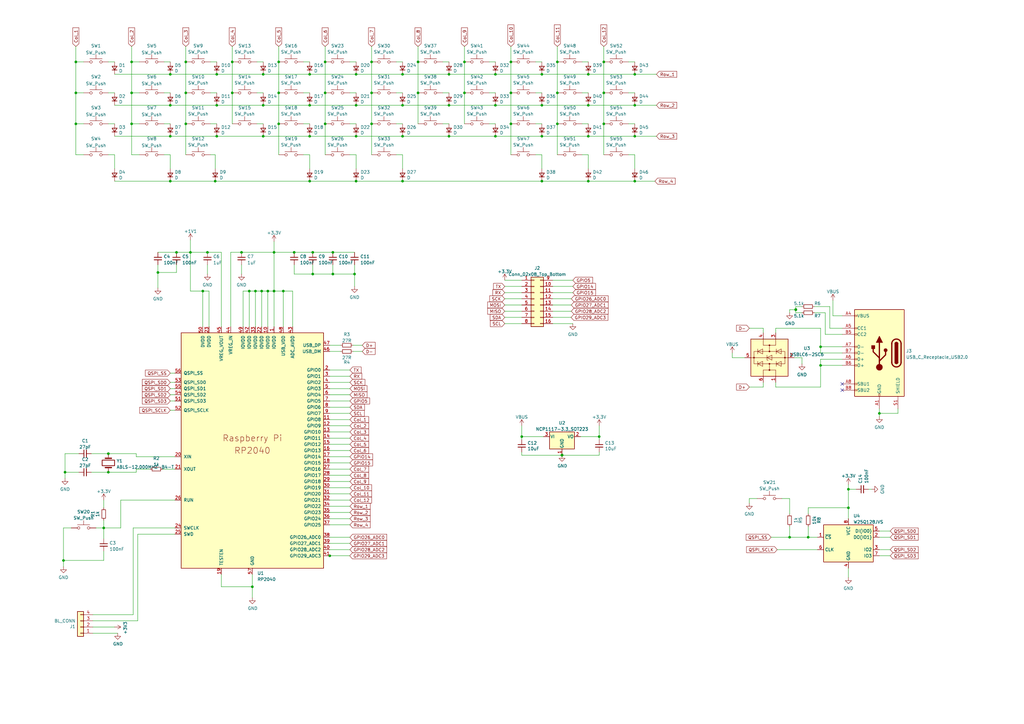
<source format=kicad_sch>
(kicad_sch (version 20211123) (generator eeschema)
  (paper "A3")
  (junction (at 245.745 179.07))
  (junction (at 247.65 25.4))
  (junction (at 323.85 220.345))
  (junction (at 127 74.295))
  (junction (at 127 30.48))
  (junction (at 31.115 25.4))
  (junction (at 76.2 50.8))
  (junction (at 109.855 119.38))
  (junction (at 99.06 103.505))
  (junction (at 171.45 25.4))
  (junction (at 114.3 50.8))
  (junction (at 88.265 74.295))
  (junction (at 120.65 103.505))
  (junction (at 260.35 43.18))
  (junction (at 26.035 229.87))
  (junction (at 152.4 38.1))
  (junction (at 146.05 43.18))
  (junction (at 213.995 179.07))
  (junction (at 222.25 55.88))
  (junction (at 247.65 50.8))
  (junction (at 203.2 30.48))
  (junction (at 127 43.18))
  (junction (at 69.85 30.48))
  (junction (at 116.205 119.38))
  (junction (at 146.05 74.295))
  (junction (at 331.47 220.345))
  (junction (at 102.235 119.38))
  (junction (at 165.1 30.48))
  (junction (at 171.45 38.1))
  (junction (at 69.85 74.295))
  (junction (at 165.1 74.295))
  (junction (at 241.3 43.18))
  (junction (at 230.505 186.69) (diameter 1.016))
  (junction (at 241.3 74.295))
  (junction (at 136.525 103.505))
  (junction (at 133.35 50.8))
  (junction (at 222.25 74.295))
  (junction (at 209.55 50.8))
  (junction (at 360.68 169.545))
  (junction (at 165.1 43.18))
  (junction (at 114.3 38.1))
  (junction (at 260.35 74.295))
  (junction (at 88.9 55.88))
  (junction (at 165.1 55.88))
  (junction (at 133.35 25.4))
  (junction (at 88.9 30.48))
  (junction (at 78.105 103.505))
  (junction (at 76.2 25.4))
  (junction (at 44.45 186.055))
  (junction (at 203.2 55.88))
  (junction (at 127 55.88))
  (junction (at 347.98 200.66))
  (junction (at 152.4 50.8))
  (junction (at 76.2 38.1))
  (junction (at 209.55 25.4))
  (junction (at 241.3 30.48))
  (junction (at 107.95 30.48))
  (junction (at 136.525 112.395))
  (junction (at 107.95 43.18))
  (junction (at 128.27 103.505))
  (junction (at 184.15 55.88))
  (junction (at 326.39 127) (diameter 1.016))
  (junction (at 83.185 119.38))
  (junction (at 241.3 55.88))
  (junction (at 228.6 38.1))
  (junction (at 103.505 240.665))
  (junction (at 247.65 38.1))
  (junction (at 133.35 38.1))
  (junction (at 69.85 43.18))
  (junction (at 53.975 25.4))
  (junction (at 347.98 208.28))
  (junction (at 190.5 25.4))
  (junction (at 228.6 50.8))
  (junction (at 64.77 111.76))
  (junction (at 88.9 43.18))
  (junction (at 107.95 55.88))
  (junction (at 128.27 112.395))
  (junction (at 145.415 112.395))
  (junction (at 336.55 149.86))
  (junction (at 146.05 30.48))
  (junction (at 31.115 38.1))
  (junction (at 203.2 43.18))
  (junction (at 209.55 38.1))
  (junction (at 95.25 38.1))
  (junction (at 114.3 25.4))
  (junction (at 336.55 142.24))
  (junction (at 190.5 38.1))
  (junction (at 135.255 227.965))
  (junction (at 260.35 30.48))
  (junction (at 222.25 30.48))
  (junction (at 146.05 55.88))
  (junction (at 31.115 50.8))
  (junction (at 53.975 50.8))
  (junction (at 152.4 25.4))
  (junction (at 44.45 193.675))
  (junction (at 260.35 55.88))
  (junction (at 72.39 103.505))
  (junction (at 95.25 25.4))
  (junction (at 42.545 216.535))
  (junction (at 85.09 103.505))
  (junction (at 112.395 119.38))
  (junction (at 107.315 119.38))
  (junction (at 184.15 30.48))
  (junction (at 53.975 38.1))
  (junction (at 26.67 193.675))
  (junction (at 222.25 43.18))
  (junction (at 112.395 103.505))
  (junction (at 69.85 55.88))
  (junction (at 104.775 119.38))
  (junction (at 228.6 25.4))
  (junction (at 184.15 43.18))
  (no_connect (at 345.44 160.02))
  (no_connect (at 345.44 157.48))
  (wire (pts (xy 143.51 164.465) (xy 135.255 164.465)))
  (wire (pts (xy 46.99 30.48) (xy 69.85 30.48)))
  (wire (pts (xy 307.34 206.375) (xy 307.34 204.47)))
  (wire (pts (xy 238.76 50.8) (xy 241.3 50.8)))
  (wire (pts (xy 55.88 187.325) (xy 71.755 187.325)))
  (wire (pts (xy 326.39 125.73) (xy 326.39 127)))
  (wire (pts (xy 76.2 25.4) (xy 76.2 38.1)))
  (wire (pts (xy 143.51 187.325) (xy 135.255 187.325)))
  (wire (pts (xy 162.56 63.5) (xy 165.1 63.5)))
  (wire (pts (xy 133.35 25.4) (xy 133.35 38.1)))
  (wire (pts (xy 238.76 38.1) (xy 241.3 38.1)))
  (wire (pts (xy 78.105 103.505) (xy 85.09 103.505)))
  (wire (pts (xy 334.01 125.73) (xy 340.36 125.73)))
  (wire (pts (xy 67.31 25.4) (xy 69.85 25.4)))
  (wire (pts (xy 112.395 103.505) (xy 120.65 103.505)))
  (wire (pts (xy 234.315 125.095) (xy 226.695 125.095)))
  (wire (pts (xy 120.65 112.395) (xy 128.27 112.395)))
  (wire (pts (xy 365.125 227.965) (xy 360.68 227.965)))
  (wire (pts (xy 323.85 127) (xy 323.85 128.27)))
  (wire (pts (xy 53.975 25.4) (xy 57.15 25.4)))
  (wire (pts (xy 56.515 219.075) (xy 56.515 254.635)))
  (wire (pts (xy 64.77 111.76) (xy 64.77 118.11)))
  (wire (pts (xy 135.255 227.965) (xy 135.1725 227.965)))
  (wire (pts (xy 76.2 50.8) (xy 76.2 63.5)))
  (wire (pts (xy 200.66 50.8) (xy 203.2 50.8)))
  (wire (pts (xy 95.25 25.4) (xy 95.25 38.1)))
  (wire (pts (xy 114.3 38.1) (xy 114.3 50.8)))
  (wire (pts (xy 107.315 119.38) (xy 107.315 133.985)))
  (wire (pts (xy 148.59 144.145) (xy 144.78 144.145)))
  (wire (pts (xy 55.88 193.675) (xy 44.45 193.675)))
  (wire (pts (xy 207.01 132.715) (xy 213.995 132.715)))
  (wire (pts (xy 99.695 119.38) (xy 102.235 119.38)))
  (wire (pts (xy 300.355 146.685) (xy 300.355 144.78)))
  (wire (pts (xy 102.235 119.38) (xy 102.235 133.985)))
  (wire (pts (xy 53.975 19.05) (xy 53.975 25.4)))
  (wire (pts (xy 318.77 225.425) (xy 335.28 225.425)))
  (wire (pts (xy 26.67 186.055) (xy 26.67 193.675)))
  (wire (pts (xy 326.39 128.27) (xy 328.93 128.27)))
  (wire (pts (xy 69.85 74.295) (xy 88.265 74.295)))
  (wire (pts (xy 228.6 25.4) (xy 228.6 38.1)))
  (wire (pts (xy 143.51 184.785) (xy 135.255 184.785)))
  (wire (pts (xy 66.675 192.405) (xy 71.755 192.405)))
  (wire (pts (xy 107.95 30.48) (xy 127 30.48)))
  (wire (pts (xy 54.61 252.095) (xy 54.61 216.535)))
  (wire (pts (xy 234.315 122.555) (xy 226.695 122.555)))
  (wire (pts (xy 357.505 200.66) (xy 356.235 200.66)))
  (wire (pts (xy 146.05 63.5) (xy 146.05 69.215)))
  (wire (pts (xy 26.67 193.675) (xy 26.67 196.215)))
  (wire (pts (xy 112.395 119.38) (xy 116.205 119.38)))
  (wire (pts (xy 67.31 63.5) (xy 69.85 63.5)))
  (wire (pts (xy 368.3 169.545) (xy 360.68 169.545)))
  (wire (pts (xy 165.1 43.18) (xy 184.15 43.18)))
  (wire (pts (xy 76.2 19.05) (xy 76.2 25.4)))
  (wire (pts (xy 190.5 25.4) (xy 190.5 38.1)))
  (wire (pts (xy 69.85 156.845) (xy 71.755 156.845)))
  (wire (pts (xy 181.61 50.8) (xy 184.15 50.8)))
  (wire (pts (xy 347.98 200.66) (xy 347.98 208.28)))
  (wire (pts (xy 86.36 63.5) (xy 88.265 63.5)))
  (wire (pts (xy 143.51 172.085) (xy 135.255 172.085)))
  (wire (pts (xy 38.1 257.175) (xy 46.99 257.175)))
  (wire (pts (xy 148.59 141.605) (xy 144.78 141.605)))
  (wire (pts (xy 88.9 30.48) (xy 107.95 30.48)))
  (wire (pts (xy 133.35 50.8) (xy 133.985 50.8)))
  (wire (pts (xy 219.71 25.4) (xy 222.25 25.4)))
  (wire (pts (xy 247.65 19.05) (xy 247.65 25.4)))
  (wire (pts (xy 234.2325 130.175) (xy 226.695 130.175)))
  (wire (pts (xy 323.85 210.82) (xy 323.85 204.47)))
  (wire (pts (xy 320.675 204.47) (xy 323.85 204.47)))
  (wire (pts (xy 336.55 142.24) (xy 336.55 134.62)))
  (wire (pts (xy 331.47 220.345) (xy 335.28 220.345)))
  (wire (pts (xy 124.46 38.1) (xy 127 38.1)))
  (wire (pts (xy 109.855 119.38) (xy 112.395 119.38)))
  (wire (pts (xy 116.205 119.38) (xy 116.205 133.985)))
  (wire (pts (xy 146.05 74.295) (xy 165.1 74.295)))
  (wire (pts (xy 67.31 38.1) (xy 69.85 38.1)))
  (wire (pts (xy 39.37 216.535) (xy 42.545 216.535)))
  (wire (pts (xy 184.15 55.88) (xy 203.2 55.88)))
  (wire (pts (xy 31.115 50.8) (xy 31.115 63.5)))
  (wire (pts (xy 318.135 134.62) (xy 318.135 136.525)))
  (wire (pts (xy 124.46 25.4) (xy 127 25.4)))
  (wire (pts (xy 31.115 38.1) (xy 31.115 50.8)))
  (wire (pts (xy 365.125 217.805) (xy 360.68 217.805)))
  (wire (pts (xy 234.95 132.715) (xy 226.695 132.715)))
  (wire (pts (xy 222.25 63.5) (xy 222.25 69.215)))
  (wire (pts (xy 234.95 114.935) (xy 226.695 114.935)))
  (wire (pts (xy 323.85 220.345) (xy 331.47 220.345)))
  (wire (pts (xy 323.85 215.9) (xy 323.85 220.345)))
  (wire (pts (xy 247.65 50.8) (xy 247.65 63.5)))
  (wire (pts (xy 209.55 50.8) (xy 209.55 63.5)))
  (wire (pts (xy 104.775 119.38) (xy 104.775 133.985)))
  (wire (pts (xy 143.51 169.545) (xy 135.255 169.545)))
  (wire (pts (xy 31.115 25.4) (xy 34.29 25.4)))
  (wire (pts (xy 69.85 63.5) (xy 69.85 69.215)))
  (wire (pts (xy 38.1 252.095) (xy 54.61 252.095)))
  (wire (pts (xy 340.36 125.73) (xy 340.36 134.62)))
  (wire (pts (xy 143.51 200.025) (xy 135.255 200.025)))
  (wire (pts (xy 107.95 55.88) (xy 127 55.88)))
  (wire (pts (xy 107.95 43.18) (xy 127 43.18)))
  (wire (pts (xy 328.93 125.73) (xy 326.39 125.73)))
  (wire (pts (xy 69.85 168.275) (xy 71.755 168.275)))
  (wire (pts (xy 257.81 25.4) (xy 260.35 25.4)))
  (wire (pts (xy 105.41 38.1) (xy 107.95 38.1)))
  (wire (pts (xy 171.45 38.1) (xy 171.45 50.8)))
  (wire (pts (xy 326.39 127) (xy 326.39 128.27)))
  (wire (pts (xy 260.35 43.18) (xy 269.24 43.18)))
  (wire (pts (xy 360.68 169.545) (xy 360.68 167.64)))
  (wire (pts (xy 139.7 144.145) (xy 135.255 144.145)))
  (wire (pts (xy 360.68 170.815) (xy 360.68 169.545)))
  (wire (pts (xy 83.185 119.38) (xy 85.725 119.38)))
  (wire (pts (xy 260.35 55.88) (xy 269.24 55.88)))
  (wire (pts (xy 190.5 38.1) (xy 190.5 50.8)))
  (wire (pts (xy 313.055 156.845) (xy 313.055 158.75)))
  (wire (pts (xy 345.44 142.24) (xy 336.55 142.24)))
  (wire (pts (xy 209.55 19.05) (xy 209.55 25.4)))
  (wire (pts (xy 128.27 112.395) (xy 128.27 108.585)))
  (wire (pts (xy 340.36 134.62) (xy 345.44 134.62)))
  (wire (pts (xy 245.745 185.42) (xy 245.745 186.69)))
  (wire (pts (xy 146.05 55.88) (xy 165.1 55.88)))
  (wire (pts (xy 143.51 220.345) (xy 135.255 220.345)))
  (wire (pts (xy 190.5 19.05) (xy 190.5 25.4)))
  (wire (pts (xy 116.205 119.38) (xy 120.015 119.38)))
  (wire (pts (xy 31.115 63.5) (xy 34.29 63.5)))
  (wire (pts (xy 90.805 103.505) (xy 90.805 133.985)))
  (wire (pts (xy 44.45 25.4) (xy 46.99 25.4)))
  (wire (pts (xy 247.65 38.1) (xy 247.65 50.8)))
  (wire (pts (xy 143.51 63.5) (xy 146.05 63.5)))
  (wire (pts (xy 143.51 189.865) (xy 135.255 189.865)))
  (wire (pts (xy 345.44 149.86) (xy 336.55 149.86)))
  (wire (pts (xy 95.25 38.1) (xy 95.25 50.8)))
  (wire (pts (xy 136.525 112.395) (xy 145.415 112.395)))
  (wire (pts (xy 120.015 119.38) (xy 120.015 133.985)))
  (wire (pts (xy 241.3 63.5) (xy 241.3 69.215)))
  (wire (pts (xy 31.115 19.05) (xy 31.115 25.4)))
  (wire (pts (xy 207.01 130.175) (xy 213.995 130.175)))
  (wire (pts (xy 234.315 127.635) (xy 226.695 127.635)))
  (wire (pts (xy 143.51 202.565) (xy 135.255 202.565)))
  (wire (pts (xy 184.15 43.18) (xy 203.2 43.18)))
  (wire (pts (xy 365.125 225.425) (xy 360.68 225.425)))
  (wire (pts (xy 44.45 50.8) (xy 46.99 50.8)))
  (wire (pts (xy 345.44 144.78) (xy 336.55 144.78)))
  (wire (pts (xy 38.1 259.715) (xy 48.26 259.715)))
  (wire (pts (xy 127 30.48) (xy 146.05 30.48)))
  (wire (pts (xy 336.55 158.75) (xy 318.135 158.75)))
  (wire (pts (xy 107.315 119.38) (xy 109.855 119.38)))
  (wire (pts (xy 143.51 182.245) (xy 135.255 182.245)))
  (wire (pts (xy 200.66 25.4) (xy 203.2 25.4)))
  (wire (pts (xy 209.55 25.4) (xy 209.55 38.1)))
  (wire (pts (xy 207.01 114.935) (xy 213.995 114.935)))
  (wire (pts (xy 162.56 25.4) (xy 165.1 25.4)))
  (wire (pts (xy 102.235 119.38) (xy 104.775 119.38)))
  (wire (pts (xy 85.09 103.505) (xy 90.805 103.505)))
  (wire (pts (xy 181.61 38.1) (xy 184.15 38.1)))
  (wire (pts (xy 103.505 245.11) (xy 103.505 240.665)))
  (wire (pts (xy 143.51 156.845) (xy 135.255 156.845)))
  (wire (pts (xy 241.3 74.295) (xy 260.35 74.295)))
  (wire (pts (xy 328.93 146.685) (xy 328.93 149.225)))
  (wire (pts (xy 44.45 38.1) (xy 46.99 38.1)))
  (wire (pts (xy 69.85 164.465) (xy 71.755 164.465)))
  (wire (pts (xy 76.2 38.1) (xy 76.2 50.8)))
  (wire (pts (xy 53.975 50.8) (xy 53.975 63.5)))
  (wire (pts (xy 345.44 129.54) (xy 341.63 129.54)))
  (wire (pts (xy 146.05 43.18) (xy 165.1 43.18)))
  (wire (pts (xy 124.46 50.8) (xy 127 50.8)))
  (wire (pts (xy 143.51 174.625) (xy 135.255 174.625)))
  (wire (pts (xy 139.7 141.605) (xy 135.255 141.605)))
  (wire (pts (xy 347.98 236.855) (xy 347.98 233.045)))
  (wire (pts (xy 133.35 19.05) (xy 133.35 25.4)))
  (wire (pts (xy 42.545 226.06) (xy 42.545 229.87)))
  (wire (pts (xy 54.61 216.535) (xy 71.755 216.535)))
  (wire (pts (xy 213.995 174.625) (xy 213.995 179.07)))
  (wire (pts (xy 181.61 25.4) (xy 184.15 25.4)))
  (wire (pts (xy 222.25 74.295) (xy 241.3 74.295)))
  (wire (pts (xy 143.51 225.425) (xy 135.255 225.425)))
  (wire (pts (xy 72.39 108.585) (xy 72.39 111.76)))
  (wire (pts (xy 103.505 240.665) (xy 103.505 235.585)))
  (wire (pts (xy 69.85 55.88) (xy 88.9 55.88)))
  (wire (pts (xy 86.36 50.8) (xy 88.9 50.8)))
  (wire (pts (xy 55.88 186.055) (xy 44.45 186.055)))
  (wire (pts (xy 53.975 50.8) (xy 57.15 50.8)))
  (wire (pts (xy 345.44 137.16) (xy 338.455 137.16)))
  (wire (pts (xy 307.34 158.75) (xy 313.055 158.75)))
  (wire (pts (xy 112.395 119.38) (xy 112.395 103.505)))
  (wire (pts (xy 120.65 112.395) (xy 120.65 108.585)))
  (wire (pts (xy 152.4 50.8) (xy 152.4 63.5)))
  (wire (pts (xy 143.51 222.885) (xy 135.255 222.885)))
  (wire (pts (xy 213.995 180.34) (xy 213.995 179.07)))
  (wire (pts (xy 152.4 19.05) (xy 152.4 25.4)))
  (wire (pts (xy 114.3 50.8) (xy 114.3 63.5)))
  (wire (pts (xy 112.395 103.505) (xy 99.06 103.505)))
  (wire (pts (xy 331.47 208.28) (xy 347.98 208.28)))
  (wire (pts (xy 69.85 159.385) (xy 71.755 159.385)))
  (wire (pts (xy 69.85 43.18) (xy 88.9 43.18)))
  (wire (pts (xy 114.3 25.4) (xy 114.3 38.1)))
  (wire (pts (xy 347.98 200.66) (xy 351.155 200.66)))
  (wire (pts (xy 325.755 146.685) (xy 328.93 146.685)))
  (wire (pts (xy 26.67 193.675) (xy 32.385 193.675)))
  (wire (pts (xy 203.2 55.88) (xy 222.25 55.88)))
  (wire (pts (xy 53.975 38.1) (xy 57.15 38.1)))
  (wire (pts (xy 318.135 158.75) (xy 318.135 156.845)))
  (wire (pts (xy 133.35 50.8) (xy 133.35 63.5)))
  (wire (pts (xy 213.995 179.07) (xy 222.885 179.07)))
  (wire (pts (xy 127 63.5) (xy 127 69.215)))
  (wire (pts (xy 203.2 43.18) (xy 222.25 43.18)))
  (wire (pts (xy 53.975 25.4) (xy 53.975 38.1)))
  (wire (pts (xy 143.51 154.305) (xy 135.255 154.305)))
  (wire (pts (xy 241.3 30.48) (xy 260.35 30.48)))
  (wire (pts (xy 143.51 197.485) (xy 135.255 197.485)))
  (wire (pts (xy 365.125 220.345) (xy 360.68 220.345)))
  (wire (pts (xy 37.465 193.675) (xy 44.45 193.675)))
  (wire (pts (xy 222.25 30.48) (xy 241.3 30.48)))
  (wire (pts (xy 78.105 119.38) (xy 83.185 119.38)))
  (wire (pts (xy 37.465 186.055) (xy 44.45 186.055)))
  (wire (pts (xy 213.995 185.42) (xy 213.995 186.69)))
  (wire (pts (xy 165.1 74.295) (xy 222.25 74.295)))
  (wire (pts (xy 219.71 38.1) (xy 222.25 38.1)))
  (wire (pts (xy 120.65 103.505) (xy 128.27 103.505)))
  (wire (pts (xy 90.805 235.585) (xy 90.805 240.665)))
  (wire (pts (xy 99.06 103.505) (xy 94.615 103.505)))
  (wire (pts (xy 143.51 205.105) (xy 135.255 205.105)))
  (wire (pts (xy 209.55 38.1) (xy 209.55 50.8)))
  (wire (pts (xy 207.01 117.475) (xy 213.995 117.475)))
  (wire (pts (xy 238.125 179.07) (xy 245.745 179.07)))
  (wire (pts (xy 165.1 55.88) (xy 184.15 55.88)))
  (wire (pts (xy 238.76 63.5) (xy 241.3 63.5)))
  (wire (pts (xy 213.995 186.69) (xy 230.505 186.69)))
  (wire (pts (xy 133.35 38.1) (xy 133.35 50.8)))
  (wire (pts (xy 55.88 192.405) (xy 55.88 193.675)))
  (wire (pts (xy 88.9 43.18) (xy 107.95 43.18)))
  (wire (pts (xy 127 43.18) (xy 146.05 43.18)))
  (wire (pts (xy 260.35 30.48) (xy 269.24 30.48)))
  (wire (pts (xy 143.51 167.005) (xy 135.255 167.005)))
  (wire (pts (xy 336.55 144.78) (xy 336.55 142.24)))
  (wire (pts (xy 67.31 50.8) (xy 69.85 50.8)))
  (wire (pts (xy 207.01 125.095) (xy 213.995 125.095)))
  (wire (pts (xy 307.34 204.47) (xy 310.515 204.47)))
  (wire (pts (xy 368.3 167.64) (xy 368.3 169.545)))
  (wire (pts (xy 99.06 108.585) (xy 99.06 112.395)))
  (wire (pts (xy 83.185 133.985) (xy 83.185 119.38)))
  (wire (pts (xy 336.55 147.32) (xy 345.44 147.32)))
  (wire (pts (xy 165.1 63.5) (xy 165.1 69.215)))
  (wire (pts (xy 26.035 232.41) (xy 26.035 229.87)))
  (wire (pts (xy 338.455 128.27) (xy 334.01 128.27)))
  (wire (pts (xy 228.6 50.8) (xy 228.6 63.5)))
  (wire (pts (xy 245.745 180.34) (xy 245.745 179.07)))
  (wire (pts (xy 143.51 177.165) (xy 135.255 177.165)))
  (wire (pts (xy 127 74.295) (xy 146.05 74.295)))
  (wire (pts (xy 105.41 50.8) (xy 107.95 50.8)))
  (wire (pts (xy 336.55 134.62) (xy 318.135 134.62)))
  (wire (pts (xy 26.035 229.87) (xy 42.545 229.87)))
  (wire (pts (xy 86.36 25.4) (xy 88.9 25.4)))
  (wire (pts (xy 69.85 153.035) (xy 71.755 153.035)))
  (wire (pts (xy 72.39 111.76) (xy 64.77 111.76)))
  (wire (pts (xy 347.98 198.755) (xy 347.98 200.66)))
  (wire (pts (xy 143.51 194.945) (xy 135.255 194.945)))
  (wire (pts (xy 112.395 103.505) (xy 112.395 99.06)))
  (wire (pts (xy 69.85 30.48) (xy 88.9 30.48)))
  (wire (pts (xy 305.435 146.685) (xy 300.355 146.685)))
  (wire (pts (xy 222.25 43.18) (xy 241.3 43.18)))
  (wire (pts (xy 331.47 210.82) (xy 331.47 208.28)))
  (wire (pts (xy 234.95 117.475) (xy 226.695 117.475)))
  (wire (pts (xy 88.9 55.88) (xy 107.95 55.88)))
  (wire (pts (xy 336.55 149.86) (xy 336.55 147.32)))
  (wire (pts (xy 257.81 63.5) (xy 260.35 63.5)))
  (wire (pts (xy 313.055 136.525) (xy 313.055 134.62)))
  (wire (pts (xy 143.4275 227.965) (xy 135.255 227.965)))
  (wire (pts (xy 146.05 30.48) (xy 165.1 30.48)))
  (wire (pts (xy 143.51 215.265) (xy 135.255 215.265)))
  (wire (pts (xy 46.99 55.88) (xy 69.85 55.88)))
  (wire (pts (xy 85.09 108.585) (xy 85.09 112.395)))
  (wire (pts (xy 143.51 151.765) (xy 135.255 151.765)))
  (wire (pts (xy 143.51 210.185) (xy 135.255 210.185)))
  (wire (pts (xy 112.395 119.38) (xy 112.395 133.985)))
  (wire (pts (xy 42.545 213.36) (xy 42.545 216.535)))
  (wire (pts (xy 32.385 186.055) (xy 26.67 186.055)))
  (wire (pts (xy 46.99 43.18) (xy 69.85 43.18)))
  (wire (pts (xy 49.53 216.535) (xy 42.545 216.535)))
  (wire (pts (xy 85.725 133.985) (xy 85.725 119.38)))
  (wire (pts (xy 260.35 74.295) (xy 268.605 74.295)))
  (wire (pts (xy 46.99 63.5) (xy 46.99 69.215)))
  (wire (pts (xy 341.63 123.19) (xy 341.63 129.54)))
  (wire (pts (xy 31.115 25.4) (xy 31.115 38.1)))
  (wire (pts (xy 78.105 98.425) (xy 78.105 103.505)))
  (wire (pts (xy 152.4 25.4) (xy 152.4 38.1)))
  (wire (pts (xy 207.01 120.015) (xy 213.995 120.015)))
  (wire (pts (xy 88.265 63.5) (xy 88.265 69.215)))
  (wire (pts (xy 55.88 192.405) (xy 61.595 192.405)))
  (wire (pts (xy 162.56 50.8) (xy 165.1 50.8)))
  (wire (pts (xy 136.525 112.395) (xy 136.525 108.585)))
  (wire (pts (xy 143.51 161.925) (xy 135.255 161.925)))
  (wire (pts (xy 86.36 38.1) (xy 88.9 38.1)))
  (wire (pts (xy 336.55 149.86) (xy 336.55 158.75)))
  (wire (pts (xy 219.71 50.8) (xy 222.25 50.8)))
  (wire (pts (xy 88.265 74.295) (xy 127 74.295)))
  (wire (pts (xy 71.755 205.105) (xy 49.53 205.105)))
  (wire (pts (xy 228.6 38.1) (xy 228.6 50.8)))
  (wire (pts (xy 245.745 186.69) (xy 230.505 186.69)))
  (wire (pts (xy 222.25 63.5) (xy 219.71 63.5)))
  (wire (pts (xy 46.99 74.295) (xy 69.85 74.295)))
  (wire (pts (xy 171.45 25.4) (xy 171.45 38.1)))
  (wire (pts (xy 145.415 112.395) (xy 145.415 117.475)))
  (wire (pts (xy 109.855 119.38) (xy 109.855 133.985)))
  (wire (pts (xy 316.23 220.345) (xy 323.85 220.345)))
  (wire (pts (xy 26.035 216.535) (xy 29.21 216.535)))
  (wire (pts (xy 203.2 30.48) (xy 222.25 30.48)))
  (wire (pts (xy 49.53 205.105) (xy 49.53 216.535)))
  (wire (pts (xy 241.3 43.18) (xy 260.35 43.18)))
  (wire (pts (xy 55.88 186.055) (xy 55.88 187.325)))
  (wire (pts (xy 124.46 63.5) (xy 127 63.5)))
  (wire (pts (xy 42.545 205.105) (xy 42.545 208.28)))
  (wire (pts (xy 42.545 216.535) (xy 42.545 220.98)))
  (wire (pts (xy 64.77 108.585) (xy 64.77 111.76)))
  (wire (pts (xy 347.98 208.28) (xy 347.98 212.725)))
  (wire (pts (xy 104.775 119.38) (xy 107.315 119.38)))
  (wire (pts (xy 143.51 159.385) (xy 135.255 159.385)))
  (wire (pts (xy 95.25 19.05) (xy 95.25 25.4)))
  (wire (pts (xy 44.45 63.5) (xy 46.99 63.5)))
  (wire (pts (xy 184.15 30.48) (xy 203.2 30.48)))
  (wire (pts (xy 31.115 50.8) (xy 34.29 50.8)))
  (wire (pts (xy 143.51 207.645) (xy 135.255 207.645)))
  (wire (pts (xy 31.115 38.1) (xy 34.29 38.1)))
  (wire (pts (xy 69.85 161.925) (xy 71.755 161.925)))
  (wire (pts (xy 165.1 30.48) (xy 184.15 30.48)))
  (wire (pts (xy 145.415 112.395) (xy 145.415 108.585)))
  (wire (pts (xy 222.25 55.88) (xy 241.3 55.88)))
  (wire (pts (xy 307.34 134.62) (xy 313.055 134.62)))
  (wire (pts (xy 331.47 215.9) (xy 331.47 220.345)))
  (wire (pts (xy 257.81 38.1) (xy 260.35 38.1)))
  (wire (pts (xy 238.76 25.4) (xy 241.3 25.4)))
  (wire (pts (xy 136.525 103.505) (xy 145.415 103.505)))
  (wire (pts (xy 78.105 103.505) (xy 72.39 103.505)))
  (wire (pts (xy 162.56 38.1) (xy 165.1 38.1)))
  (wire (pts (xy 257.81 50.8) (xy 260.35 50.8)))
  (wire (pts (xy 260.35 63.5) (xy 260.35 69.215)))
  (wire (pts (xy 143.51 38.1) (xy 146.05 38.1)))
  (wire (pts (xy 207.01 127.635) (xy 213.995 127.635)))
  (wire (pts (xy 128.27 103.505) (xy 136.525 103.505)))
  (wire (pts (xy 71.755 219.075) (xy 56.515 219.075)))
  (wire (pts (xy 171.45 19.05) (xy 171.45 25.4)))
  (wire (pts (xy 338.455 137.16) (xy 338.455 128.27)))
  (wire (pts (xy 207.01 122.555) (xy 213.995 122.555)))
  (wire (pts (xy 114.3 19.05) (xy 114.3 25.4)))
  (wire (pts (xy 247.65 25.4) (xy 247.65 38.1)))
  (wire (pts (xy 90.805 240.665) (xy 103.505 240.665)))
  (wire (pts (xy 127 55.88) (xy 146.05 55.88)))
  (wire (pts (xy 128.27 112.395) (xy 136.525 112.395)))
  (wire (pts (xy 228.6 19.05) (xy 228.6 25.4)))
  (wire (pts (xy 143.51 179.705) (xy 135.255 179.705)))
  (wire (pts (xy 152.4 38.1) (xy 152.4 50.8)))
  (wire (pts (xy 245.745 174.625) (xy 245.745 179.07)))
  (wire (pts (xy 78.105 103.505) (xy 78.105 119.38)))
  (wire (pts (xy 143.51 212.725) (xy 135.255 212.725)))
  (wire (pts (xy 72.39 103.505) (xy 64.77 103.505)))
  (wire (pts (xy 200.66 38.1) (xy 203.2 38.1)))
  (wire (pts (xy 234.95 120.015) (xy 226.695 120.015)))
  (wire (pts (xy 241.3 55.88) (xy 260.35 55.88)))
  (wire (pts (xy 143.51 50.8) (xy 146.05 50.8)))
  (wire (pts (xy 38.1 254.635) (xy 56.515 254.635)))
  (wire (pts (xy 94.615 103.505) (xy 94.615 133.985)))
  (wire (pts (xy 53.975 63.5) (xy 57.15 63.5)))
  (wire (pts (xy 99.695 133.985) (xy 99.695 119.38)))
  (wire (pts (xy 143.51 192.405) (xy 135.255 192.405)))
  (wire (pts (xy 143.51 25.4) (xy 146.05 25.4)))
  (wire (pts (xy 326.39 127) (xy 323.85 127)))
  (wire (pts (xy 105.41 25.4) (xy 107.95 25.4)))
  (wire (pts (xy 26.035 229.87) (xy 26.035 216.535)))
  (wire (pts (xy 53.975 38.1) (xy 53.975 50.8)))
  (global_label "QSPI_SCLK" (shape input) (at 69.85 168.275 180) (property "Intersheet References" "${INTERSHEET_REFS}" (effects hide)))
  (global_label "QSPI_SD0" (shape input) (at 365.125 217.805 0) (property "Intersheet References" "${INTERSHEET_REFS}" (effects hide)))
  (global_label "GPIO27_ADC1" (shape input) (at 143.51 222.885 0) (property "Intersheet References" "${INTERSHEET_REFS}" (effects hide)))
  (global_label "QSPI_SD1" (shape input) (at 365.125 220.345 0) (property "Intersheet References" "${INTERSHEET_REFS}" (effects hide)))
  (global_label "Col_6" (shape input) (at 143.51 184.785 0) (property "Intersheet References" "${INTERSHEET_REFS}" (effects hide)))
  (global_label "Row_1" (shape input) (at 269.24 30.48 0) (property "Intersheet References" "${INTERSHEET_REFS}" (effects hide)))
  (global_label "QSPI_SS" (shape input) (at 316.23 220.345 180) (property "Intersheet References" "${INTERSHEET_REFS}" (effects hide)))
  (global_label "QSPI_SD2" (shape input) (at 69.85 161.925 180) (property "Intersheet References" "${INTERSHEET_REFS}" (effects hide)))
  (global_label "QSPI_SD1" (shape input) (at 69.85 159.385 180) (property "Intersheet References" "${INTERSHEET_REFS}" (effects hide)))
  (global_label "Row_2" (shape input) (at 143.51 210.185 0) (property "Intersheet References" "${INTERSHEET_REFS}" (effects hide)))
  (global_label "RX" (shape input) (at 143.51 154.305 0) (property "Intersheet References" "${INTERSHEET_REFS}" (effects hide)))
  (global_label "MISO" (shape input) (at 143.51 161.925 0) (property "Intersheet References" "${INTERSHEET_REFS}" (effects hide)))
  (global_label "SCK" (shape input) (at 143.51 156.845 0) (property "Intersheet References" "${INTERSHEET_REFS}" (effects hide)))
  (global_label "Col_12" (shape input) (at 247.65 19.05 90) (property "Intersheet References" "${INTERSHEET_REFS}" (effects hide)))
  (global_label "QSPI_SD3" (shape input) (at 69.85 164.465 180) (property "Intersheet References" "${INTERSHEET_REFS}" (effects hide)))
  (global_label "Row_2" (shape input) (at 269.24 43.18 0) (property "Intersheet References" "${INTERSHEET_REFS}" (effects hide)))
  (global_label "SCK" (shape input) (at 207.01 122.555 180) (property "Intersheet References" "${INTERSHEET_REFS}" (effects hide)))
  (global_label "MOSI" (shape input) (at 143.51 159.385 0) (property "Intersheet References" "${INTERSHEET_REFS}" (effects hide)))
  (global_label "GPIO28_ADC2" (shape input) (at 234.315 127.635 0) (property "Intersheet References" "${INTERSHEET_REFS}" (effects hide)))
  (global_label "SDA" (shape input) (at 207.01 130.175 180) (property "Intersheet References" "${INTERSHEET_REFS}" (effects hide)))
  (global_label "SCL" (shape input) (at 207.01 132.715 180) (property "Intersheet References" "${INTERSHEET_REFS}" (effects hide)))
  (global_label "Col_8" (shape input) (at 143.51 194.945 0) (property "Intersheet References" "${INTERSHEET_REFS}" (effects hide)))
  (global_label "GPIO14" (shape input) (at 234.95 117.475 0) (property "Intersheet References" "${INTERSHEET_REFS}" (effects hide)))
  (global_label "TX" (shape input) (at 207.01 117.475 180) (property "Intersheet References" "${INTERSHEET_REFS}" (effects hide)))
  (global_label "GPIO29_ADC3" (shape input) (at 234.2325 130.175 0) (property "Intersheet References" "${INTERSHEET_REFS}" (effects hide)))
  (global_label "Col_9" (shape input) (at 143.51 197.485 0) (property "Intersheet References" "${INTERSHEET_REFS}" (effects hide)))
  (global_label "D+" (shape input) (at 148.59 141.605 0) (property "Intersheet References" "${INTERSHEET_REFS}" (effects hide)))
  (global_label "Col_3" (shape input) (at 76.2 19.05 90) (property "Intersheet References" "${INTERSHEET_REFS}" (effects hide)))
  (global_label "Row_4" (shape input) (at 143.51 215.265 0) (property "Intersheet References" "${INTERSHEET_REFS}" (effects hide)))
  (global_label "TX" (shape input) (at 143.51 151.765 0) (property "Intersheet References" "${INTERSHEET_REFS}" (effects hide)))
  (global_label "Col_4" (shape input) (at 95.25 19.05 90) (property "Intersheet References" "${INTERSHEET_REFS}" (effects hide)))
  (global_label "GPIO27_ADC1" (shape input) (at 234.315 125.095 0) (property "Intersheet References" "${INTERSHEET_REFS}" (effects hide)))
  (global_label "SCL" (shape input) (at 143.51 169.545 0) (property "Intersheet References" "${INTERSHEET_REFS}" (effects hide)))
  (global_label "Row_4" (shape input) (at 268.605 74.295 0) (property "Intersheet References" "${INTERSHEET_REFS}" (effects hide)))
  (global_label "Col_8" (shape input) (at 171.45 19.05 90) (property "Intersheet References" "${INTERSHEET_REFS}" (effects hide)))
  (global_label "D+" (shape input) (at 307.34 158.75 180) (property "Intersheet References" "${INTERSHEET_REFS}" (effects hide)))
  (global_label "Col_2" (shape input) (at 143.51 174.625 0) (property "Intersheet References" "${INTERSHEET_REFS}" (effects hide)))
  (global_label "GPIO14" (shape input) (at 143.51 187.325 0) (property "Intersheet References" "${INTERSHEET_REFS}" (effects hide)))
  (global_label "Col_5" (shape input) (at 143.51 182.245 0) (property "Intersheet References" "${INTERSHEET_REFS}" (effects hide)))
  (global_label "Col_1" (shape input) (at 31.115 19.05 90) (property "Intersheet References" "${INTERSHEET_REFS}" (effects hide)))
  (global_label "QSPI_SD0" (shape input) (at 69.85 156.845 180) (property "Intersheet References" "${INTERSHEET_REFS}" (effects hide)))
  (global_label "Col_7" (shape input) (at 152.4 19.05 90) (property "Intersheet References" "${INTERSHEET_REFS}" (effects hide)))
  (global_label "Row_3" (shape input) (at 269.24 55.88 0) (property "Intersheet References" "${INTERSHEET_REFS}" (effects hide)))
  (global_label "Row_1" (shape input) (at 143.51 207.645 0) (property "Intersheet References" "${INTERSHEET_REFS}" (effects hide)))
  (global_label "D-" (shape input) (at 148.59 144.145 0) (property "Intersheet References" "${INTERSHEET_REFS}" (effects hide)))
  (global_label "Col_11" (shape input) (at 143.51 202.565 0) (property "Intersheet References" "${INTERSHEET_REFS}" (effects hide)))
  (global_label "MISO" (shape input) (at 207.01 127.635 180) (property "Intersheet References" "${INTERSHEET_REFS}" (effects hide)))
  (global_label "Col_2" (shape input) (at 53.975 19.05 90) (property "Intersheet References" "${INTERSHEET_REFS}" (effects hide)))
  (global_label "QSPI_SD2" (shape input) (at 365.125 225.425 0) (property "Intersheet References" "${INTERSHEET_REFS}" (effects hide)))
  (global_label "Col_10" (shape input) (at 209.55 19.05 90) (property "Intersheet References" "${INTERSHEET_REFS}" (effects hide)))
  (global_label "QSPI_SS" (shape input) (at 69.85 153.035 180) (property "Intersheet References" "${INTERSHEET_REFS}" (effects hide)))
  (global_label "Col_10" (shape input) (at 143.51 200.025 0) (property "Intersheet References" "${INTERSHEET_REFS}" (effects hide)))
  (global_label "GPIO29_ADC3" (shape input) (at 143.4275 227.965 0) (property "Intersheet References" "${INTERSHEET_REFS}" (effects hide)))
  (global_label "QSPI_SD3" (shape input) (at 365.125 227.965 0) (property "Intersheet References" "${INTERSHEET_REFS}" (effects hide)))
  (global_label "GPIO5" (shape input) (at 143.51 164.465 0) (property "Intersheet References" "${INTERSHEET_REFS}" (effects hide)))
  (global_label "D-" (shape input) (at 307.34 134.62 180) (property "Intersheet References" "${INTERSHEET_REFS}" (effects hide)))
  (global_label "Col_12" (shape input) (at 143.51 205.105 0) (property "Intersheet References" "${INTERSHEET_REFS}" (effects hide)))
  (global_label "GPIO5" (shape input) (at 234.95 114.935 0) (property "Intersheet References" "${INTERSHEET_REFS}" (effects hide)))
  (global_label "GPIO28_ADC2" (shape input) (at 143.51 225.425 0) (property "Intersheet References" "${INTERSHEET_REFS}" (effects hide)))
  (global_label "GPIO15" (shape input) (at 234.95 120.015 0) (property "Intersheet References" "${INTERSHEET_REFS}" (effects hide)))
  (global_label "Col_5" (shape input) (at 114.3 19.05 90) (property "Intersheet References" "${INTERSHEET_REFS}" (effects hide)))
  (global_label "GPIO26_ADC0" (shape input) (at 234.315 122.555 0) (property "Intersheet References" "${INTERSHEET_REFS}" (effects hide)))
  (global_label "Col_3" (shape input) (at 143.51 177.165 0) (property "Intersheet References" "${INTERSHEET_REFS}" (effects hide)))
  (global_label "Col_11" (shape input) (at 228.6 19.05 90) (property "Intersheet References" "${INTERSHEET_REFS}" (effects hide)))
  (global_label "Col_9" (shape input) (at 190.5 19.05 90) (property "Intersheet References" "${INTERSHEET_REFS}" (effects hide)))
  (global_label "MOSI" (shape input) (at 207.01 125.095 180) (property "Intersheet References" "${INTERSHEET_REFS}" (effects hide)))
  (global_label "QSPI_SCLK" (shape input) (at 318.77 225.425 180) (property "Intersheet References" "${INTERSHEET_REFS}" (effects hide)))
  (global_label "GPIO26_ADC0" (shape input) (at 143.51 220.345 0) (property "Intersheet References" "${INTERSHEET_REFS}" (effects hide)))
  (global_label "Col_6" (shape input) (at 133.35 19.05 90) (property "Intersheet References" "${INTERSHEET_REFS}" (effects hide)))
  (global_label "RX" (shape input) (at 207.01 120.015 180) (property "Intersheet References" "${INTERSHEET_REFS}" (effects hide)))
  (global_label "Col_1" (shape input) (at 143.51 172.085 0) (property "Intersheet References" "${INTERSHEET_REFS}" (effects hide)))
  (global_label "Col_4" (shape input) (at 143.51 179.705 0) (property "Intersheet References" "${INTERSHEET_REFS}" (effects hide)))
  (global_label "Row_3" (shape input) (at 143.51 212.725 0) (property "Intersheet References" "${INTERSHEET_REFS}" (effects hide)))
  (global_label "Col_7" (shape input) (at 143.51 192.405 0) (property "Intersheet References" "${INTERSHEET_REFS}" (effects hide)))
  (global_label "SDA" (shape input) (at 143.51 167.005 0) (property "Intersheet References" "${INTERSHEET_REFS}" (effects hide)))
  (global_label "GPIO15" (shape input) (at 143.51 189.865 0) (property "Intersheet References" "${INTERSHEET_REFS}" (effects hide)))
  (symbol (lib_id "Device:R_Small") (at 142.24 144.145 90) (unit 1)
    (property "Reference" "R4" (at 142.24 148.59 90))
    (property "Value" "27R" (at 142.24 146.685 90))
    (property "Footprint" "Resistor_SMD:R_0805_2012Metric" (effects hide))
  )
  (symbol (lib_id "Device:C_Small") (at 136.525 106.045 0) (unit 1)
    (property "Reference" "C10" (at 138.8491 105.2166 0) (effects (justify left)))
    (property "Value" "100nF" (at 138.8491 107.7535 0) (effects (justify left)))
    (property "Footprint" "Capacitor_SMD:C_0805_2012Metric" (effects hide))
  )
  (symbol (lib_id "power:VBUS") (at 300.355 144.78 0) (unit 1)
    (property "Reference" "#PWR018" (effects hide))
    (property "Value" "VBUS" (at 300.355 141.2042 0))
  )
  (symbol (lib_id "Device:D_Small") (at 107.95 40.64 90) (unit 1)
    (property "Reference" "D14" (at 109.728 39.4716 90) (effects (justify right)))
    (property "Value" "D" (at 109.728 41.783 90) (effects (justify right)))
    (property "Footprint" "weteor:D_SOD-123" (effects hide))
  )
  (symbol (lib_id "Switch:SW_Push") (at 81.28 25.4 0) (unit 1)
    (property "Reference" "SW9" (at 81.28 18.7792 0))
    (property "Value" "SW_Push" (at 81.28 21.3161 0))
    (property "Footprint" "weteor:CherryMX_Hotswap" (effects hide))
  )
  (symbol (lib_id "Device:D_Small") (at 241.3 71.755 90) (unit 1)
    (property "Reference" "D42" (at 243.078 70.5866 90) (effects (justify right)))
    (property "Value" "D" (at 243.078 72.898 90) (effects (justify right)))
    (property "Footprint" "weteor:D_SOD-123" (effects hide))
  )
  (symbol (lib_id "Switch:SW_Push") (at 119.38 50.8 0) (unit 1)
    (property "Reference" "SW18" (at 119.38 44.1792 0))
    (property "Value" "SW_Push" (at 119.38 46.7161 0))
    (property "Footprint" "weteor:CherryMX_Hotswap" (effects hide))
  )
  (symbol (lib_id "Switch:SW_Push") (at 100.33 50.8 0) (unit 1)
    (property "Reference" "SW15" (at 100.33 44.1792 0))
    (property "Value" "SW_Push" (at 100.33 46.7161 0))
    (property "Footprint" "weteor:CherryMX_Hotswap" (effects hide))
  )
  (symbol (lib_id "Switch:SW_Push") (at 62.23 63.5 0) (unit 1)
    (property "Reference" "SW8" (at 62.23 56.8792 0))
    (property "Value" "SW_Push" (at 62.23 59.69 0))
    (property "Footprint" "weteor:CherryMX_Hotswap" (effects hide))
  )
  (symbol (lib_id "Device:D_Small") (at 165.1 27.94 90) (unit 1)
    (property "Reference" "D24" (at 166.878 26.7716 90) (effects (justify right)))
    (property "Value" "D" (at 166.878 29.083 90) (effects (justify right)))
    (property "Footprint" "weteor:D_SOD-123" (effects hide))
  )
  (symbol (lib_id "Device:D_Small") (at 146.05 71.755 90) (unit 1)
    (property "Reference" "D23" (at 147.828 70.5866 90) (effects (justify right)))
    (property "Value" "D" (at 147.828 72.898 90) (effects (justify right)))
    (property "Footprint" "weteor:D_SOD-123" (effects hide))
  )
  (symbol (lib_id "Device:D_Small") (at 222.25 40.64 90) (unit 1)
    (property "Reference" "D36" (at 224.028 39.4716 90) (effects (justify right)))
    (property "Value" "D" (at 224.028 41.783 90) (effects (justify right)))
    (property "Footprint" "weteor:D_SOD-123" (effects hide))
  )
  (symbol (lib_id "Device:D_Small") (at 203.2 40.64 90) (unit 1)
    (property "Reference" "D33" (at 204.978 39.4716 90) (effects (justify right)))
    (property "Value" "D" (at 204.978 41.783 90) (effects (justify right)))
    (property "Footprint" "weteor:D_SOD-123" (effects hide))
  )
  (symbol (lib_id "Switch:SW_Push") (at 81.28 50.8 0) (unit 1)
    (property "Reference" "SW11" (at 81.28 44.1792 0))
    (property "Value" "SW_Push" (at 81.28 46.7161 0))
    (property "Footprint" "weteor:CherryMX_Hotswap" (effects hide))
  )
  (symbol (lib_id "Device:C_Small") (at 353.695 200.66 90) (unit 1)
    (property "Reference" "C14" (at 352.8666 198.3359 0) (effects (justify left)))
    (property "Value" "100nF" (at 355.4035 198.3359 0) (effects (justify left)))
    (property "Footprint" "Capacitor_SMD:C_0805_2012Metric" (effects hide))
  )
  (symbol (lib_id "Switch:SW_Push") (at 62.23 50.8 0) (unit 1)
    (property "Reference" "SW7" (at 62.23 44.1792 0))
    (property "Value" "SW_Push" (at 62.23 46.99 0))
    (property "Footprint" "weteor:CherryMX_Hotswap" (effects hide))
  )
  (symbol (lib_id "Switch:SW_Push") (at 157.48 50.8 0) (unit 1)
    (property "Reference" "SW32" (at 157.48 44.1792 0))
    (property "Value" "SW_Push" (at 157.48 46.7161 0))
    (property "Footprint" "weteor:CherryMX_Hotswap" (effects hide))
  )
  (symbol (lib_id "Device:R_Small") (at 64.135 192.405 90) (unit 1)
    (property "Reference" "R2" (at 64.135 187.9686 90))
    (property "Value" "1k" (at 64.135 190.5055 90))
    (property "Footprint" "Resistor_SMD:R_0805_2012Metric" (effects hide))
  )
  (symbol (lib_id "Device:C_Small") (at 120.65 106.045 0) (unit 1)
    (property "Reference" "C8" (at 122.9741 105.2166 0) (effects (justify left)))
    (property "Value" "100nF" (at 122.9741 107.7535 0) (effects (justify left)))
    (property "Footprint" "Capacitor_SMD:C_0805_2012Metric" (effects hide))
  )
  (symbol (lib_id "Device:D_Small") (at 184.15 53.34 90) (unit 1)
    (property "Reference" "D30" (at 185.928 52.1716 90) (effects (justify right)))
    (property "Value" "D" (at 185.928 54.483 90) (effects (justify right)))
    (property "Footprint" "weteor:D_SOD-123" (effects hide))
  )
  (symbol (lib_id "Switch:SW_Push") (at 119.38 38.1 0) (unit 1)
    (property "Reference" "SW17" (at 119.38 31.4792 0))
    (property "Value" "SW_Push" (at 119.38 34.0161 0))
    (property "Footprint" "weteor:CherryMX_Hotswap" (effects hide))
  )
  (symbol (lib_id "Switch:SW_Push") (at 138.43 25.4 0) (unit 1)
    (property "Reference" "SW23" (at 138.43 18.7792 0))
    (property "Value" "SW_Push" (at 138.43 21.3161 0))
    (property "Footprint" "weteor:CherryMX_Hotswap" (effects hide))
  )
  (symbol (lib_id "Device:D_Small") (at 241.3 40.64 90) (unit 1)
    (property "Reference" "D40" (at 243.078 39.4716 90) (effects (justify right)))
    (property "Value" "D" (at 243.078 41.783 90) (effects (justify right)))
    (property "Footprint" "weteor:D_SOD-123" (effects hide))
  )
  (symbol (lib_id "Connector_Generic:Conn_01x04") (at 33.02 257.175 180) (unit 1)
    (property "Reference" "J1" (at 30.988 256.9718 0) (effects (justify left)))
    (property "Value" "BL_CONN" (at 30.988 254.6604 0) (effects (justify left)))
    (property "Footprint" "Connector_PinHeader_2.54mm:PinHeader_1x04_P2.54mm_Vertical" (effects hide))
  )
  (symbol (lib_id "Device:C_Small") (at 99.06 106.045 0) (unit 1)
    (property "Reference" "C7" (at 101.3841 105.2166 0) (effects (justify left)))
    (property "Value" "1uF" (at 101.3841 107.7535 0) (effects (justify left)))
    (property "Footprint" "Capacitor_SMD:C_0805_2012Metric" (effects hide))
  )
  (symbol (lib_id "Switch:SW_Push") (at 62.23 25.4 0) (unit 1)
    (property "Reference" "SW5" (at 62.23 18.7792 0))
    (property "Value" "SW_Push" (at 62.23 21.59 0))
    (property "Footprint" "weteor:CherryMX_Hotswap" (effects hide))
  )
  (symbol (lib_id "Device:Crystal") (at 44.45 189.865 90) (unit 1)
    (property "Reference" "Y1" (at 47.7774 189.0303 90) (effects (justify right)))
    (property "Value" "ABLS-12.000MHZ-B4-T" (at 47.7774 191.5672 90) (effects (justify right)))
    (property "Footprint" "Resistor_SMD:R_0805_2012Metric" (effects hide))
  )
  (symbol (lib_id "power:+3.3V") (at 42.545 205.105 0) (unit 1)
    (property "Reference" "#PWR03" (effects hide))
    (property "Value" "+3.3V" (at 42.545 201.5292 0))
  )
  (symbol (lib_id "power:GND") (at 103.505 245.11 0) (unit 1)
    (property "Reference" "#PWR010" (effects hide))
    (property "Value" "GND" (at 103.632 249.5042 0))
  )
  (symbol (lib_id "Device:D_Small") (at 260.35 71.755 90) (unit 1)
    (property "Reference" "D46" (at 262.128 70.5866 90) (effects (justify right)))
    (property "Value" "D" (at 262.128 72.898 90) (effects (justify right)))
    (property "Footprint" "weteor:D_SOD-123" (effects hide))
  )
  (symbol (lib_id "power:GND") (at 234.95 132.715 0) (unit 1)
    (property "Reference" "#PWR016" (effects hide))
    (property "Value" "GND" (at 234.95 137.1584 0))
  )
  (symbol (lib_id "Switch:SW_Push") (at 34.29 216.535 0) (unit 1)
    (property "Reference" "SW20" (at 34.29 209.9142 0))
    (property "Value" "SW_Push" (at 34.29 212.4511 0))
    (property "Footprint" "weteor:CherryMX_Hotswap_2.25u_stabs" (effects hide))
  )
  (symbol (lib_id "Switch:SW_Push") (at 119.38 63.5 0) (unit 1)
    (property "Reference" "SW19" (at 119.38 56.8792 0))
    (property "Value" "SW_Push" (at 119.38 59.4161 0))
    (property "Footprint" "weteor:CherryMX_Hotswap_2.25u_stabs" (effects hide))
  )
  (symbol (lib_id "Device:D_Small") (at 88.9 40.64 90) (unit 1)
    (property "Reference" "D11" (at 90.678 39.4716 90) (effects (justify right)))
    (property "Value" "D" (at 90.678 41.783 90) (effects (justify right)))
    (property "Footprint" "weteor:D_SOD-123" (effects hide))
  )
  (symbol (lib_id "Switch:SW_Push") (at 100.33 25.4 0) (unit 1)
    (property "Reference" "SW13" (at 100.33 18.7792 0))
    (property "Value" "SW_Push" (at 100.33 21.3161 0))
    (property "Footprint" "weteor:CherryMX_Hotswap" (effects hide))
  )
  (symbol (lib_id "Switch:SW_Push") (at 138.43 50.8 0) (unit 1)
    (property "Reference" "SW25" (at 138.43 44.1792 0))
    (property "Value" "SW_Push" (at 138.43 46.7161 0))
    (property "Footprint" "weteor:CherryMX_Hotswap" (effects hide))
  )
  (symbol (lib_id "Device:D_Small") (at 88.9 27.94 90) (unit 1)
    (property "Reference" "D10" (at 90.678 26.7716 90) (effects (justify right)))
    (property "Value" "D" (at 90.678 29.083 90) (effects (justify right)))
    (property "Footprint" "weteor:D_SOD-123" (effects hide))
  )
  (symbol (lib_id "Switch:SW_Push") (at 214.63 50.8 0) (unit 1)
    (property "Reference" "SW46" (at 214.63 44.1792 0))
    (property "Value" "SW_Push" (at 214.63 46.7161 0))
    (property "Footprint" "weteor:CherryMX_Hotswap" (effects hide))
  )
  (symbol (lib_id "Power_Protection:USBLC6-2SC6") (at 315.595 146.685 90) (unit 1)
    (property "Reference" "U3" (at 330.9507 142.8583 90))
    (property "Value" "USBLC6-2SC6" (at 330.9507 145.3952 90))
    (property "Footprint" "Package_TO_SOT_SMD:SOT-23-6" (effects hide))
    (property "Datasheet" "https://www.st.com/resource/en/datasheet/usblc6-2.pdf" (effects hide))
  )
  (symbol (lib_id "Device:D_Small") (at 69.85 71.755 90) (unit 1)
    (property "Reference" "D8" (at 71.628 70.5866 90) (effects (justify right)))
    (property "Value" "D" (at 71.628 72.898 90) (effects (justify right)))
    (property "Footprint" "weteor:D_SOD-123" (effects hide))
  )
  (symbol (lib_id "Switch:SW_Push") (at 195.58 38.1 0) (unit 1)
    (property "Reference" "SW42" (at 195.58 31.4792 0))
    (property "Value" "SW_Push" (at 195.58 34.0161 0))
    (property "Footprint" "weteor:CherryMX_Hotswap" (effects hide))
  )
  (symbol (lib_id "Device:R_Small") (at 331.47 213.36 180) (unit 1)
    (property "Reference" "R8" (at 335.915 213.36 90))
    (property "Value" "10k" (at 334.01 213.36 90))
    (property "Footprint" "Resistor_SMD:R_0805_2012Metric" (effects hide))
  )
  (symbol (lib_id "Switch:SW_Push") (at 157.48 63.5 0) (unit 1)
    (property "Reference" "SW33" (at 157.48 56.8792 0))
    (property "Value" "SW_Push" (at 157.48 59.4161 0))
    (property "Footprint" "weteor:CherryMX_Hotswap_2.25u_stabs" (effects hide))
  )
  (symbol (lib_id "Connector_Generic:Conn_02x08_Top_Bottom") (at 219.075 122.555 0) (unit 1)
    (property "Reference" "J2" (at 220.345 109.9652 0))
    (property "Value" "Conn_02x08_Top_Bottom" (at 220.345 112.5021 0))
    (property "Footprint" "Connector_PinHeader_2.54mm:PinHeader_2x08_P2.54mm_Vertical" (effects hide))
  )
  (symbol (lib_id "power:+3.3V") (at 112.395 99.06 0) (unit 1)
    (property "Reference" "#PWR011" (effects hide))
    (property "Value" "+3.3V" (at 112.395 95.4842 0))
  )
  (symbol (lib_id "power:VBUS") (at 341.63 123.19 0) (unit 1)
    (property "Reference" "#PWR022" (effects hide))
    (property "Value" "VBUS" (at 341.63 119.6142 0))
  )
  (symbol (lib_id "Device:R_Small") (at 142.24 141.605 90) (unit 1)
    (property "Reference" "R3" (at 142.24 137.1686 90))
    (property "Value" "27R" (at 142.24 139.7055 90))
    (property "Footprint" "Resistor_SMD:R_0805_2012Metric" (effects hide))
  )
  (symbol (lib_id "power:+1V1") (at 78.105 98.425 0) (unit 1)
    (property "Reference" "#PWR07" (effects hide))
    (property "Value" "+1V1" (at 78.105 94.8492 0))
  )
  (symbol (lib_id "Device:D_Small") (at 69.85 53.34 90) (unit 1)
    (property "Reference" "D7" (at 71.628 52.1716 90) (effects (justify right)))
    (property "Value" "D" (at 71.628 54.483 90) (effects (justify right)))
    (property "Footprint" "weteor:D_SOD-123" (effects hide))
  )
  (symbol (lib_id "Device:R_Small") (at 331.47 128.27 270) (unit 1)
    (property "Reference" "R7" (at 335.28 129.54 90))
    (property "Value" "5.1k" (at 327.66 129.54 90))
    (property "Footprint" "Resistor_SMD:R_0805_2012Metric" (effects hide))
  )
  (symbol (lib_id "Switch:SW_Push") (at 157.48 38.1 0) (unit 1)
    (property "Reference" "SW31" (at 157.48 31.4792 0))
    (property "Value" "SW_Push" (at 157.48 34.0161 0))
    (property "Footprint" "weteor:CherryMX_Hotswap" (effects hide))
  )
  (symbol (lib_id "power:GND") (at 307.34 206.375 0) (unit 1)
    (property "Reference" "#PWR019" (effects hide))
    (property "Value" "GND" (at 307.34 210.8184 0))
  )
  (symbol (lib_id "Switch:SW_Push") (at 176.53 25.4 0) (unit 1)
    (property "Reference" "SW37" (at 176.53 18.7792 0))
    (property "Value" "SW_Push" (at 176.53 21.3161 0))
    (property "Footprint" "weteor:CherryMX_Hotswap" (effects hide))
  )
  (symbol (lib_id "Switch:SW_Push") (at 157.48 25.4 0) (unit 1)
    (property "Reference" "SW30" (at 157.48 18.7792 0))
    (property "Value" "SW_Push" (at 157.48 21.3161 0))
    (property "Footprint" "weteor:CherryMX_Hotswap" (effects hide))
  )
  (symbol (lib_id "Switch:SW_Push") (at 39.37 25.4 0) (unit 1)
    (property "Reference" "SW1" (at 39.37 18.7792 0))
    (property "Value" "SW_Push" (at 39.37 21.59 0))
    (property "Footprint" "weteor:CherryMX_Hotswap" (effects hide))
  )
  (symbol (lib_id "Switch:SW_Push") (at 214.63 25.4 0) (unit 1)
    (property "Reference" "SW44" (at 214.63 18.7792 0))
    (property "Value" "SW_Push" (at 214.63 21.3161 0))
    (property "Footprint" "weteor:CherryMX_Hotswap" (effects hide))
  )
  (symbol (lib_id "Switch:SW_Push") (at 138.43 38.1 0) (unit 1)
    (property "Reference" "SW24" (at 138.43 31.4792 0))
    (property "Value" "SW_Push" (at 138.43 34.0161 0))
    (property "Footprint" "weteor:CherryMX_Hotswap" (effects hide))
  )
  (symbol (lib_id "Device:D_Small") (at 69.85 27.94 90) (unit 1)
    (property "Reference" "D5" (at 71.628 26.7716 90) (effects (justify right)))
    (property "Value" "D" (at 71.628 29.083 90) (effects (justify right)))
    (property "Footprint" "weteor:D_SOD-123" (effects hide))
  )
  (symbol (lib_id "Device:R_Small") (at 323.85 213.36 180) (unit 1)
    (property "Reference" "R5" (at 328.295 213.36 90))
    (property "Value" "1k" (at 326.39 213.36 90))
    (property "Footprint" "Resistor_SMD:R_0805_2012Metric" (effects hide))
  )
  (symbol (lib_id "Switch:SW_Push") (at 195.58 25.4 0) (unit 1)
    (property "Reference" "SW41" (at 195.58 18.7792 0))
    (property "Value" "SW_Push" (at 195.58 21.3161 0))
    (property "Footprint" "weteor:CherryMX_Hotswap" (effects hide))
  )
  (symbol (lib_id "power:GND") (at 48.26 259.715 0) (unit 1)
    (property "Reference" "#PWR05" (effects hide))
    (property "Value" "GND" (at 48.387 264.1092 0))
  )
  (symbol (lib_id "Device:D_Small") (at 184.15 40.64 90) (unit 1)
    (property "Reference" "D29" (at 185.928 39.4716 90) (effects (justify right)))
    (property "Value" "D" (at 185.928 41.783 90) (effects (justify right)))
    (property "Footprint" "weteor:D_SOD-123" (effects hide))
  )
  (symbol (lib_id "power:GND") (at 99.06 112.395 0) (unit 1)
    (property "Reference" "#PWR09" (effects hide))
    (property "Value" "GND" (at 99.06 116.8384 0))
  )
  (symbol (lib_id "Switch:SW_Push") (at 233.68 63.5 0) (unit 1)
    (property "Reference" "SW51" (at 233.68 56.8792 0))
    (property "Value" "SW_Push" (at 233.68 59.4161 0))
    (property "Footprint" "weteor:CherryMX_Hotswap" (effects hide))
  )
  (symbol (lib_id "Device:D_Small") (at 260.35 27.94 90) (unit 1)
    (property "Reference" "D43" (at 262.128 26.7716 90) (effects (justify right)))
    (property "Value" "D" (at 262.128 29.083 90) (effects (justify right)))
    (property "Footprint" "weteor:D_SOD-123" (effects hide))
  )
  (symbol (lib_id "Device:C_Small") (at 34.925 193.675 90) (unit 1)
    (property "Reference" "C2" (at 34.9313 188.4131 90))
    (property "Value" "27pF" (at 34.9313 190.95 90))
    (property "Footprint" "Capacitor_SMD:C_0805_2012Metric" (effects hide))
  )
  (symbol (lib_id "Device:D_Small") (at 184.15 27.94 90) (unit 1)
    (property "Reference" "D28" (at 185.928 26.7716 90) (effects (justify right)))
    (property "Value" "D" (at 185.928 29.083 90) (effects (justify right)))
    (property "Footprint" "weteor:D_SOD-123" (effects hide))
  )
  (symbol (lib_id "Device:D_Small") (at 46.99 71.755 90) (unit 1)
    (property "Reference" "D4" (at 48.768 70.5866 90) (effects (justify right)))
    (property "Value" "D" (at 48.768 72.898 90) (effects (justify right)))
    (property "Footprint" "weteor:D_SOD-123" (effects hide))
  )
  (symbol (lib_id "power:GND") (at 323.85 128.27 0) (unit 1)
    (property "Reference" "#PWR020" (effects hide))
    (property "Value" "GND" (at 323.977 132.6642 0))
  )
  (symbol (lib_id "Switch:SW_Push") (at 315.595 204.47 0) (unit 1)
    (property "Reference" "SW21" (at 315.595 197.8492 0))
    (property "Value" "SW_Push" (at 315.595 200.3861 0))
    (property "Footprint" "weteor:CherryMX_Hotswap_2.25u_stabs" (effects hide))
  )
  (symbol (lib_id "Switch:SW_Push") (at 62.23 38.1 0) (unit 1)
    (property "Reference" "SW6" (at 62.23 31.4792 0))
    (property "Value" "SW_Push" (at 62.23 34.29 0))
    (property "Footprint" "weteor:CherryMX_Hotswap" (effects hide))
  )
  (symbol (lib_id "Switch:SW_Push") (at 252.73 50.8 0) (unit 1)
    (property "Reference" "SW54" (at 252.73 44.1792 0))
    (property "Value" "SW_Push" (at 252.73 46.7161 0))
    (property "Footprint" "weteor:CherryMX_Hotswap" (effects hide))
  )
  (symbol (lib_id "Regulator_Linear:NCP1117-3.3_SOT223") (at 230.505 179.07 0) (unit 1)
    (property "Reference" "U2" (at 230.505 173.4652 0))
    (property "Value" "NCP1117-3.3_SOT223" (at 230.505 176.0021 0))
    (property "Footprint" "Package_TO_SOT_SMD:SOT-223-3_TabPin2" (effects hide))
    (property "Datasheet" "http://www.onsemi.com/pub_link/Collateral/NCP1117-D.PDF" (effects hide))
  )
  (symbol (lib_id "Device:D_Small") (at 241.3 27.94 90) (unit 1)
    (property "Reference" "D39" (at 243.078 26.7716 90) (effects (justify right)))
    (property "Value" "D" (at 243.078 29.083 90) (effects (justify right)))
    (property "Footprint" "weteor:D_SOD-123" (effects hide))
  )
  (symbol (lib_id "Switch:SW_Push") (at 39.37 50.8 0) (unit 1)
    (property "Reference" "SW3" (at 39.37 44.1792 0))
    (property "Value" "SW_Push" (at 39.37 46.99 0))
    (property "Footprint" "weteor:CherryMX_Hotswap" (effects hide))
  )
  (symbol (lib_id "Device:D_Small") (at 222.25 53.34 90) (unit 1)
    (property "Reference" "D37" (at 224.028 52.1716 90) (effects (justify right)))
    (property "Value" "D" (at 224.028 54.483 90) (effects (justify right)))
    (property "Footprint" "weteor:D_SOD-123" (effects hide))
  )
  (symbol (lib_id "Device:D_Small") (at 88.9 53.34 90) (unit 1)
    (property "Reference" "D12" (at 90.678 52.1716 90) (effects (justify right)))
    (property "Value" "D" (at 90.678 54.483 90) (effects (justify right)))
    (property "Footprint" "weteor:D_SOD-123" (effects hide))
  )
  (symbol (lib_id "Switch:SW_Push") (at 100.33 38.1 0) (unit 1)
    (property "Reference" "SW14" (at 100.33 31.4792 0))
    (property "Value" "SW_Push" (at 100.33 34.0161 0))
    (property "Footprint" "weteor:CherryMX_Hotswap" (effects hide))
  )
  (symbol (lib_id "Switch:SW_Push") (at 138.43 63.5 0) (unit 1)
    (property "Reference" "SW26" (at 138.43 56.8792 0))
    (property "Value" "SW_Push" (at 138.43 59.4161 0))
    (property "Footprint" "weteor:CherryMX_Hotswap_1.75u" (effects hide))
  )
  (symbol (lib_id "Device:R_Small") (at 42.545 210.82 0) (unit 1)
    (property "Reference" "R1" (at 38.1 210.82 90))
    (property "Value" "1k" (at 40.005 210.82 90))
    (property "Footprint" "Resistor_SMD:R_0805_2012Metric" (effects hide))
  )
  (symbol (lib_id "Switch:SW_Push") (at 214.63 38.1 0) (unit 1)
    (property "Reference" "SW45" (at 214.63 31.4792 0))
    (property "Value" "SW_Push" (at 214.63 34.0161 0))
    (property "Footprint" "weteor:CherryMX_Hotswap" (effects hide))
  )
  (symbol (lib_id "Switch:SW_Push") (at 233.68 25.4 0) (unit 1)
    (property "Reference" "SW48" (at 233.68 18.7792 0))
    (property "Value" "SW_Push" (at 233.68 21.3161 0))
    (property "Footprint" "weteor:CherryMX_Hotswap" (effects hide))
  )
  (symbol (lib_id "Switch:SW_Push") (at 176.53 50.8 0) (unit 1)
    (property "Reference" "SW39" (at 176.53 44.1792 0))
    (property "Value" "SW_Push" (at 176.53 46.7161 0))
    (property "Footprint" "weteor:CherryMX_Hotswap" (effects hide))
  )
  (symbol (lib_id "power:GND") (at 85.09 112.395 0) (unit 1)
    (property "Reference" "#PWR08" (effects hide))
    (property "Value" "GND" (at 85.09 116.8384 0))
  )
  (symbol (lib_id "Device:D_Small") (at 127 53.34 90) (unit 1)
    (property "Reference" "D18" (at 128.778 52.1716 90) (effects (justify right)))
    (property "Value" "D" (at 128.778 54.483 90) (effects (justify right)))
    (property "Footprint" "weteor:D_SOD-123" (effects hide))
  )
  (symbol (lib_id "power:+3V3") (at 46.99 257.175 270) (unit 1)
    (property "Reference" "#PWR04" (effects hide))
    (property "Value" "+3V3" (at 51.3842 257.556 0))
  )
  (symbol (lib_id "Device:D_Small") (at 46.99 40.64 90) (unit 1)
    (property "Reference" "D2" (at 48.768 39.4716 90) (effects (justify right)))
    (property "Value" "D" (at 48.768 41.783 90) (effects (justify right)))
    (property "Footprint" "weteor:D_SOD-123" (effects hide))
  )
  (symbol (lib_id "Device:C_Small") (at 145.415 106.045 0) (unit 1)
    (property "Reference" "C11" (at 147.7391 105.2166 0) (effects (justify left)))
    (property "Value" "100nF" (at 147.7391 107.7535 0) (effects (justify left)))
    (property "Footprint" "Capacitor_SMD:C_0805_2012Metric" (effects hide))
  )
  (symbol (lib_id "Switch:SW_Push") (at 39.37 63.5 0) (unit 1)
    (property "Reference" "SW4" (at 39.37 56.8792 0))
    (property "Value" "SW_Push" (at 39.37 59.69 0))
    (property "Footprint" "weteor:CherryMX_Hotswap" (effects hide))
  )
  (symbol (lib_id "Device:D_Small") (at 241.3 53.34 90) (unit 1)
    (property "Reference" "D41" (at 243.078 52.1716 90) (effects (justify right)))
    (property "Value" "D" (at 243.078 54.483 90) (effects (justify right)))
    (property "Footprint" "weteor:D_SOD-123" (effects hide))
  )
  (symbol (lib_id "Switch:SW_Push") (at 252.73 25.4 0) (unit 1)
    (property "Reference" "SW52" (at 252.73 18.7792 0))
    (property "Value" "SW_Push" (at 252.73 21.3161 0))
    (property "Footprint" "weteor:CherryMX_Hotswap" (effects hide))
  )
  (symbol (lib_id "Switch:SW_Push") (at 176.53 38.1 0) (unit 1)
    (property "Reference" "SW38" (at 176.53 31.4792 0))
    (property "Value" "SW_Push" (at 176.53 34.0161 0))
    (property "Footprint" "weteor:CherryMX_Hotswap" (effects hide))
  )
  (symbol (lib_id "Device:D_Small") (at 107.95 53.34 90) (unit 1)
    (property "Reference" "D15" (at 109.728 52.1716 90) (effects (justify right)))
    (property "Value" "D" (at 109.728 54.483 90) (effects (justify right)))
    (property "Footprint" "weteor:D_SOD-123" (effects hide))
  )
  (symbol (lib_id "MCU_RaspberryPi_RP2040:RP2040") (at 103.505 184.785 0) (unit 1)
    (property "Reference" "U1" (at 105.5244 235.0754 0) (effects (justify left)))
    (property "Value" "RP2040" (at 105.5244 237.6123 0) (effects (justify left)))
    (property "Footprint" "RP2040_minimal:RP2040-QFN-56" (effects hide))
  )
  (symbol (lib_id "power:GND") (at 145.415 117.475 0) (unit 1)
    (property "Reference" "#PWR012" (effects hide))
    (property "Value" "GND" (at 145.415 121.9184 0))
  )
  (symbol (lib_id "Device:D_Small") (at 46.99 27.94 90) (unit 1)
    (property "Reference" "D1" (at 48.768 26.7716 90) (effects (justify right)))
    (property "Value" "D" (at 48.768 29.083 90) (effects (justify right)))
    (property "Footprint" "weteor:D_SOD-123" (effects hide))
  )
  (symbol (lib_id "Device:D_Small") (at 165.1 40.64 90) (unit 1)
    (property "Reference" "D25" (at 166.878 39.4716 90) (effects (justify right)))
    (property "Value" "D" (at 166.878 41.783 90) (effects (justify right)))
    (property "Footprint" "weteor:D_SOD-123" (effects hide))
  )
  (symbol (lib_id "Device:D_Small") (at 222.25 71.755 90) (unit 1)
    (property "Reference" "D38" (at 224.028 70.5866 90) (effects (justify right)))
    (property "Value" "D" (at 224.028 72.898 90) (effects (justify right)))
    (property "Footprint" "weteor:D_SOD-123" (effects hide))
  )
  (symbol (lib_id "Switch:SW_Push") (at 195.58 50.8 0) (unit 1)
    (property "Reference" "SW43" (at 195.58 44.1792 0))
    (property "Value" "SW_Push" (at 195.58 46.7161 0))
    (property "Footprint" "weteor:CherryMX_Hotswap" (effects hide))
  )
  (symbol (lib_id "Device:D_Small") (at 127 40.64 90) (unit 1)
    (property "Reference" "D17" (at 128.778 39.4716 90) (effects (justify right)))
    (property "Value" "D" (at 128.778 41.783 90) (effects (justify right)))
    (property "Footprint" "weteor:D_SOD-123" (effects hide))
  )
  (symbol (lib_id "power:VBUS") (at 213.995 174.625 0) (unit 1)
    (property "Reference" "#PWR014" (effects hide))
    (property "Value" "VBUS" (at 213.995 171.0492 0))
  )
  (symbol (lib_id "Switch:SW_Push") (at 81.28 63.5 0) (unit 1)
    (property "Reference" "SW12" (at 81.28 56.8792 0))
    (property "Value" "SW_Push" (at 81.28 59.4161 0))
    (property "Footprint" "weteor:CherryMX_Hotswap" (effects hide))
  )
  (symbol (lib_id "Device:D_Small") (at 146.05 27.94 90) (unit 1)
    (property "Reference" "D20" (at 147.828 26.7716 90) (effects (justify right)))
    (property "Value" "D" (at 147.828 29.083 90) (effects (justify right)))
    (property "Footprint" "weteor:D_SOD-123" (effects hide))
  )
  (symbol (lib_id "Device:D_Small") (at 165.1 71.755 90) (unit 1)
    (property "Reference" "D27" (at 166.878 70.5866 90) (effects (justify right)))
    (property "Value" "D" (at 166.878 72.898 90) (effects (justify right)))
    (property "Footprint" "weteor:D_SOD-123" (effects hide))
  )
  (symbol (lib_id "Device:D_Small") (at 46.99 53.34 90) (unit 1)
    (property "Reference" "D3" (at 48.768 52.1716 90) (effects (justify right)))
    (property "Value" "D" (at 48.768 54.483 90) (effects (justify right)))
    (property "Footprint" "weteor:D_SOD-123" (effects hide))
  )
  (symbol (lib_id "Device:C_Small") (at 34.925 186.055 90) (unit 1)
    (property "Reference" "C1" (at 34.9313 180.7931 90))
    (property "Value" "27pF" (at 34.9313 183.33 90))
    (property "Footprint" "Capacitor_SMD:C_0805_2012Metric" (effects hide))
  )
  (symbol (lib_id "Device:D_Small") (at 69.85 40.64 90) (unit 1)
    (property "Reference" "D6" (at 71.628 39.4716 90) (effects (justify right)))
    (property "Value" "D" (at 71.628 41.783 90) (effects (justify right)))
    (property "Footprint" "weteor:D_SOD-123" (effects hide))
  )
  (symbol (lib_id "Device:D_Small") (at 222.25 27.94 90) (unit 1)
    (property "Reference" "D35" (at 224.028 26.7716 90) (effects (justify right)))
    (property "Value" "D" (at 224.028 29.083 90) (effects (justify right)))
    (property "Footprint" "weteor:D_SOD-123" (effects hide))
  )
  (symbol (lib_id "Device:C_Small") (at 128.27 106.045 0) (unit 1)
    (property "Reference" "C9" (at 130.5941 105.2166 0) (effects (justify left)))
    (property "Value" "100nF" (at 130.5941 107.7535 0) (effects (justify left)))
    (property "Footprint" "Capacitor_SMD:C_0805_2012Metric" (effects hide))
  )
  (symbol (lib_id "Device:D_Small") (at 146.05 40.64 90) (unit 1)
    (property "Reference" "D21" (at 147.828 39.4716 90) (effects (justify right)))
    (property "Value" "D" (at 147.828 41.783 90) (effects (justify right)))
    (property "Footprint" "weteor:D_SOD-123" (effects hide))
  )
  (symbol (lib_id "power:GND") (at 347.98 236.855 0) (unit 1)
    (property "Reference" "#PWR024" (effects hide))
    (property "Value" "GND" (at 347.98 241.2984 0))
  )
  (symbol (lib_id "Switch:SW_Push") (at 214.63 63.5 0) (unit 1)
    (property "Reference" "SW47" (at 214.63 56.8792 0))
    (property "Value" "SW_Push" (at 214.63 59.4161 0))
    (property "Footprint" "weteor:CherryMX_Hotswap" (effects hide))
  )
  (symbol (lib_id "power:GND") (at 230.505 186.69 0) (unit 1)
    (property "Reference" "#PWR015" (effects hide))
    (property "Value" "GND" (at 230.632 191.0842 0))
  )
  (symbol (lib_id "power:GND") (at 64.77 118.11 0) (unit 1)
    (property "Reference" "#PWR06" (effects hide))
    (property "Value" "GND" (at 64.77 122.5534 0))
  )
  (symbol (lib_id "power:+3.3V") (at 245.745 174.625 0) (unit 1)
    (property "Reference" "#PWR017" (effects hide))
    (property "Value" "+3.3V" (at 245.745 171.0492 0))
  )
  (symbol (lib_id "Device:D_Small") (at 260.35 40.64 90) (unit 1)
    (property "Reference" "D44" (at 262.128 39.4716 90) (effects (justify right)))
    (property "Value" "D" (at 262.128 41.783 90) (effects (justify right)))
    (property "Footprint" "weteor:D_SOD-123" (effects hide))
  )
  (symbol (lib_id "Device:C_Small") (at 213.995 182.88 0) (unit 1)
    (property "Reference" "C12" (at 216.3318 181.7116 0) (effects (justify left)))
    (property "Value" "10uF" (at 216.3318 184.023 0) (effects (justify left)))
    (property "Footprint" "Capacitor_SMD:C_0805_2012Metric" (effects hide))
  )
  (symbol (lib_id "Device:D_Small") (at 165.1 53.34 90) (unit 1)
    (property "Reference" "D26" (at 166.878 52.1716 90) (effects (justify right)))
    (property "Value" "D" (at 166.878 54.483 90) (effects (justify right)))
    (property "Footprint" "weteor:D_SOD-123" (effects hide))
  )
  (symbol (lib_id "Device:C_Small") (at 42.545 223.52 0) (unit 1)
    (property "Reference" "C3" (at 44.8691 222.6916 0) (effects (justify left)))
    (property "Value" "100nF" (at 44.8691 225.2285 0) (effects (justify left)))
    (property "Footprint" "Capacitor_SMD:C_0805_2012Metric" (effects hide))
  )
  (symbol (lib_id "Device:C_Small") (at 245.745 182.88 0) (unit 1)
    (property "Reference" "C13" (at 248.0818 181.7116 0) (effects (justify left)))
    (property "Value" "10uF" (at 248.0818 184.023 0) (effects (justify left)))
    (property "Footprint" "Capacitor_SMD:C_0805_2012Metric" (effects hide))
  )
  (symbol (lib_id "Device:R_Small") (at 331.47 125.73 270) (unit 1)
    (property "Reference" "R6" (at 335.28 124.46 90))
    (property "Value" "5.1k" (at 327.66 124.46 90))
    (property "Footprint" "Resistor_SMD:R_0805_2012Metric" (effects hide))
  )
  (symbol (lib_id "Device:D_Small") (at 107.95 27.94 90) (unit 1)
    (property "Reference" "D13" (at 109.728 26.7716 90) (effects (justify right)))
    (property "Value" "D" (at 109.728 29.083 90) (effects (justify right)))
    (property "Footprint" "weteor:D_SOD-123" (effects hide))
  )
  (symbol (lib_id "Connector:USB_C_Receptacle_USB2.0") (at 360.68 144.78 0) (mirror y) (unit 1)
    (property "Reference" "J3" (at 371.602 143.9453 0) (effects (justify right)))
    (property "Value" "USB_C_Receptacle_USB2.0" (at 371.602 146.4822 0) (effects (justify right)))
    (property "Footprint" "Connector_PinHeader_2.54mm:PinHeader_2x08_P2.54mm_Vertical" (effects hide))
    (property "Datasheet" "https://www.usb.org/sites/default/files/documents/usb_type-c.zip" (effects hide))
  )
  (symbol (lib_id "Device:D_Small") (at 127 27.94 90) (unit 1)
    (property "Reference" "D16" (at 128.778 26.7716 90) (effects (justify right)))
    (property "Value" "D" (at 128.778 29.083 90) (effects (justify right)))
    (property "Footprint" "weteor:D_SOD-123" (effects hide))
  )
  (symbol (lib_id "Device:D_Small") (at 203.2 53.34 90) (unit 1)
    (property "Reference" "D34" (at 204.978 52.1716 90) (effects (justify right)))
    (property "Value" "D" (at 204.978 54.483 90) (effects (justify right)))
    (property "Footprint" "weteor:D_SOD-123" (effects hide))
  )
  (symbol (lib_id "Device:D_Small") (at 88.265 71.755 90) (unit 1)
    (property "Reference" "D9" (at 90.043 70.5866 90) (effects (justify right)))
    (property "Value" "D" (at 90.043 72.898 90) (effects (justify right)))
    (property "Footprint" "weteor:D_SOD-123" (effects hide))
  )
  (symbol (lib_id "Device:D_Small") (at 203.2 27.94 90) (unit 1)
    (property "Reference" "D32" (at 204.978 26.7716 90) (effects (justify right)))
    (property "Value" "D" (at 204.978 29.083 90) (effects (justify right)))
    (property "Footprint" "weteor:D_SOD-123" (effects hide))
  )
  (symbol (lib_id "Switch:SW_Push") (at 81.28 38.1 0) (unit 1)
    (property "Reference" "SW10" (at 81.28 31.4792 0))
    (property "Value" "SW_Push" (at 81.28 34.0161 0))
    (property "Footprint" "weteor:CherryMX_Hotswap" (effects hide))
  )
  (symbol (lib_id "power:GND") (at 357.505 200.66 90) (unit 1)
    (property "Reference" "#PWR025" (effects hide))
    (property "Value" "GND" (at 361.9484 200.66 0))
  )
  (symbol (lib_id "Device:C_Small") (at 64.77 106.045 0) (unit 1)
    (property "Reference" "C4" (at 67.0941 105.2166 0) (effects (justify left)))
    (property "Value" "100nF" (at 67.0941 107.7535 0) (effects (justify left)))
    (property "Footprint" "Capacitor_SMD:C_0805_2012Metric" (effects hide))
  )
  (symbol (lib_id "Device:D_Small") (at 127 71.755 90) (unit 1)
    (property "Reference" "D19" (at 128.778 70.5866 90) (effects (justify right)))
    (property "Value" "D" (at 128.778 72.898 90) (effects (justify right)))
    (property "Footprint" "weteor:D_SOD-123" (effects hide))
  )
  (symbol (lib_id "power:+3.3V") (at 207.01 114.935 0) (unit 1)
    (property "Reference" "#PWR013" (effects hide))
    (property "Value" "+3.3V" (at 207.01 111.3592 0))
  )
  (symbol (lib_id "Switch:SW_Push") (at 119.38 25.4 0) (unit 1)
    (property "Reference" "SW16" (at 119.38 18.7792 0))
    (property "Value" "SW_Push" (at 119.38 21.3161 0))
    (property "Footprint" "weteor:CherryMX_Hotswap" (effects hide))
  )
  (symbol (lib_id "power:+3.3V") (at 347.98 198.755 0) (unit 1)
    (property "Reference" "#PWR023" (effects hide))
    (property "Value" "+3.3V" (at 347.98 195.1792 0))
  )
  (symbol (lib_id "Memory_Flash:W25Q128JVS") (at 347.98 222.885 0) (unit 1)
    (property "Reference" "U4" (at 349.9994 211.5652 0) (effects (justify left)))
    (property "Value" "W25Q128JVS" (at 349.9994 214.1021 0) (effects (justify left)))
    (property "Footprint" "Package_SO:SOIC-8_5.23x5.23mm_P1.27mm" (effects hide))
    (property "Datasheet" "http://www.winbond.com/resource-files/w25q128jv_dtr%20revc%2003272018%20plus.pdf" (effects hide))
  )
  (symbol (lib_id "Switch:SW_Push") (at 252.73 38.1 0) (unit 1)
    (property "Reference" "SW53" (at 252.73 31.4792 0))
    (property "Value" "SW_Push" (at 252.73 34.0161 0))
    (property "Footprint" "weteor:CherryMX_Hotswap" (effects hide))
  )
  (symbol (lib_id "Device:D_Small") (at 146.05 53.34 90) (unit 1)
    (property "Reference" "D22" (at 147.828 52.1716 90) (effects (justify right)))
    (property "Value" "D" (at 147.828 54.483 90) (effects (justify right)))
    (property "Footprint" "weteor:D_SOD-123" (effects hide))
  )
  (symbol (lib_id "Switch:SW_Push") (at 233.68 50.8 0) (unit 1)
    (property "Reference" "SW50" (at 233.68 44.1792 0))
    (property "Value" "SW_Push" (at 233.68 46.7161 0))
    (property "Footprint" "weteor:CherryMX_Hotswap" (effects hide))
  )
  (symbol (lib_id "Switch:SW_Push") (at 39.37 38.1 0) (unit 1)
    (property "Reference" "SW2" (at 39.37 31.4792 0))
    (property "Value" "SW_Push" (at 39.37 34.29 0))
    (property "Footprint" "weteor:CherryMX_Hotswap" (effects hide))
  )
  (symbol (lib_id "Device:C_Small") (at 85.09 106.045 0) (unit 1)
    (property "Reference" "C6" (at 87.4141 105.2166 0) (effects (justify left)))
    (property "Value" "1uF" (at 87.4141 107.7535 0) (effects (justify left)))
    (property "Footprint" "Capacitor_SMD:C_0805_2012Metric" (effects hide))
  )
  (symbol (lib_id "Switch:SW_Push") (at 233.68 38.1 0) (unit 1)
    (property "Reference" "SW49" (at 233.68 31.4792 0))
    (property "Value" "SW_Push" (at 233.68 34.0161 0))
    (property "Footprint" "weteor:CherryMX_Hotswap" (effects hide))
  )
  (symbol (lib_id "Switch:SW_Push") (at 252.73 63.5 0) (unit 1)
    (property "Reference" "SW55" (at 252.73 56.8792 0))
    (property "Value" "SW_Push" (at 252.73 59.4161 0))
    (property "Footprint" "weteor:CherryMX_Hotswap" (effects hide))
  )
  (symbol (lib_id "power:GND") (at 26.67 196.215 0) (unit 1)
    (property "Reference" "#PWR02" (effects hide))
    (property "Value" "GND" (at 26.67 200.6584 0))
  )
  (symbol (lib_id "power:GND") (at 328.93 149.225 0) (unit 1)
    (property "Reference" "#PWR021" (effects hide))
    (property "Value" "GND" (at 328.93 153.6684 0))
  )
  (symbol (lib_id "power:GND") (at 26.035 232.41 0) (unit 1)
    (property "Reference" "#PWR01" (effects hide))
    (property "Value" "GND" (at 26.035 236.8534 0))
  )
  (symbol (lib_id "Device:D_Small") (at 260.35 53.34 90) (unit 1)
    (property "Reference" "D45" (at 262.128 52.1716 90) (effects (justify right)))
    (property "Value" "D" (at 262.128 54.483 90) (effects (justify right)))
    (property "Footprint" "weteor:D_SOD-123" (effects hide))
  )
  (symbol (lib_id "Device:C_Small") (at 72.39 106.045 0) (unit 1)
    (property "Reference" "C5" (at 74.7141 105.2166 0) (effects (justify left)))
    (property "Value" "100nF" (at 74.7141 107.7535 0) (effects (justify left)))
    (property "Footprint" "Capacitor_SMD:C_0805_2012Metric" (effects hide))
  )
  (symbol (lib_id "power:GND") (at 360.68 170.815 0) (unit 1)
    (property "Reference" "#PWR026" (effects hide))
    (property "Value" "GND" (at 360.68 175.2584 0))
  )
)
</source>
